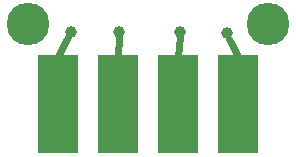
<source format=gtl>
G04 MADE WITH FRITZING*
G04 WWW.FRITZING.ORG*
G04 DOUBLE SIDED*
G04 HOLES PLATED*
G04 CONTOUR ON CENTER OF CONTOUR VECTOR*
%ASAXBY*%
%FSLAX23Y23*%
%MOIN*%
%OFA0B0*%
%SFA1.0B1.0*%
%ADD10C,0.039370*%
%ADD11C,0.141732*%
%ADD12R,0.133858X0.330709*%
%ADD13C,0.024000*%
%LNCOPPER1*%
G90*
G70*
G54D10*
X227Y430D03*
G54D11*
X886Y454D03*
X86Y454D03*
G54D10*
X387Y430D03*
X591Y430D03*
X747Y424D03*
G54D12*
X186Y190D03*
X386Y190D03*
X586Y190D03*
X786Y190D03*
G54D13*
X387Y411D02*
X386Y350D01*
D02*
X590Y411D02*
X586Y350D01*
D02*
X186Y350D02*
X218Y413D01*
D02*
X786Y350D02*
X756Y407D01*
G04 End of Copper1*
M02*
</source>
